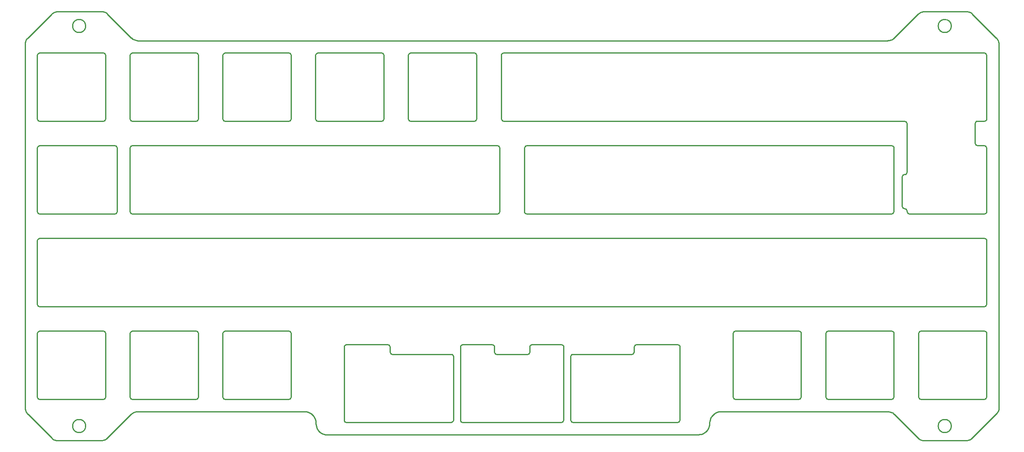
<source format=gm1>
%TF.GenerationSoftware,KiCad,Pcbnew,7.0.6*%
%TF.CreationDate,2023-09-25T15:00:56-04:00*%
%TF.ProjectId,ortho-stagger-cutiepie-plate,6f727468-6f2d-4737-9461-676765722d63,rev?*%
%TF.SameCoordinates,PX3164967PY797ec76*%
%TF.FileFunction,Profile,NP*%
%FSLAX46Y46*%
G04 Gerber Fmt 4.6, Leading zero omitted, Abs format (unit mm)*
G04 Created by KiCad (PCBNEW 7.0.6) date 2023-09-25 15:00:56*
%MOMM*%
%LPD*%
G01*
G04 APERTURE LIST*
%TA.AperFunction,Profile*%
%ADD10C,0.250000*%
%TD*%
%ADD11C,0.250000*%
G04 APERTURE END LIST*
D10*
X98299793Y65674837D02*
X180619142Y65674837D01*
D11*
X97799793Y66174837D02*
X97872179Y65915569D01*
X98061463Y65735185D01*
X98299793Y65674837D01*
D10*
X97799793Y79174837D02*
X97799793Y66174837D01*
D11*
X98299793Y79674837D02*
X98040524Y79602451D01*
X97860140Y79413167D01*
X97799793Y79174837D01*
D10*
X196999793Y79674837D02*
X98299793Y79674837D01*
D11*
X197499793Y79174837D02*
X197427406Y79434106D01*
X197238122Y79614490D01*
X196999793Y79674837D01*
D10*
X197499793Y66174837D02*
X197499793Y79174837D01*
D11*
X196999793Y65674837D02*
X197259061Y65747224D01*
X197439445Y65936508D01*
X197499793Y66174837D01*
D10*
X195619141Y65674759D02*
X196999793Y65674837D01*
D11*
X195119141Y65174759D02*
X195191527Y65434028D01*
X195380811Y65614412D01*
X195619141Y65674759D01*
D10*
X195119141Y61124759D02*
X195119141Y65174759D01*
D11*
X195619141Y60624759D02*
X195359872Y60697146D01*
X195179488Y60886430D01*
X195119141Y61124759D01*
D10*
X196999793Y60624759D02*
X195619141Y60624759D01*
D11*
X197499793Y60124759D02*
X197427406Y60384028D01*
X197238122Y60564412D01*
X196999793Y60624759D01*
D10*
X197499793Y47124759D02*
X197499793Y60124759D01*
D11*
X196999793Y46624759D02*
X197259061Y46697146D01*
X197439445Y46886430D01*
X197499793Y47124759D01*
D10*
X181619141Y46619689D02*
X196999793Y46624759D01*
D11*
X181119141Y47119689D02*
X181191527Y46860421D01*
X181380811Y46680037D01*
X181619141Y46619689D01*
D10*
X181119141Y47206689D02*
X181119141Y47119689D01*
D11*
X180619141Y47706689D02*
X180878409Y47634303D01*
X181058793Y47445019D01*
X181119141Y47206689D01*
X180119141Y48206689D02*
X180191527Y47947421D01*
X180380811Y47767037D01*
X180619141Y47706689D01*
D10*
X180119141Y54206689D02*
X180119141Y48206689D01*
D11*
X180619141Y54706689D02*
X180359872Y54634303D01*
X180179488Y54445019D01*
X180119141Y54206689D01*
X181119141Y55206689D02*
X181046754Y54947421D01*
X180857470Y54767037D01*
X180619141Y54706689D01*
D10*
X181119141Y65169689D02*
X181119141Y55206689D01*
D11*
X180619141Y65669689D02*
X180878409Y65597303D01*
X181058793Y65408019D01*
X181119141Y65169689D01*
X197499793Y28074759D02*
X197427406Y27815491D01*
X197238122Y27635107D01*
X196999793Y27574759D01*
D10*
X197499793Y41074759D02*
X197499793Y28074759D01*
D11*
X196999793Y41574759D02*
X197259061Y41502373D01*
X197439445Y41313089D01*
X197499793Y41074759D01*
D10*
X3025793Y41574759D02*
X196999793Y41574759D01*
D11*
X2525793Y41074759D02*
X2598179Y41334028D01*
X2787463Y41514412D01*
X3025793Y41574759D01*
D10*
X2525793Y28074759D02*
X2525793Y41074759D01*
D11*
X3025793Y27574759D02*
X2766524Y27647146D01*
X2586140Y27836430D01*
X2525793Y28074759D01*
D10*
X196999793Y27574759D02*
X3025793Y27574759D01*
D11*
X178449793Y47124759D02*
X178377406Y46865491D01*
X178188122Y46685107D01*
X177949793Y46624759D01*
D10*
X178449793Y60124759D02*
X178449793Y47124759D01*
D11*
X177949793Y60624759D02*
X178209061Y60552373D01*
X178389445Y60363089D01*
X178449793Y60124759D01*
D10*
X103037793Y60624759D02*
X177949793Y60624759D01*
D11*
X102537793Y60124759D02*
X102610179Y60384028D01*
X102799463Y60564412D01*
X103037793Y60624759D01*
D10*
X102537793Y47124759D02*
X102537793Y60124759D01*
D11*
X103037793Y46624759D02*
X102778524Y46697146D01*
X102598140Y46886430D01*
X102537793Y47124759D01*
D10*
X177949793Y46624759D02*
X103037793Y46624759D01*
D11*
X97463668Y47124837D02*
X97391281Y46865569D01*
X97201997Y46685185D01*
X96963668Y46624837D01*
D10*
X97463668Y60124837D02*
X97463668Y47124837D01*
D11*
X96963668Y60624837D02*
X97222936Y60552451D01*
X97403320Y60363167D01*
X97463668Y60124837D01*
D10*
X22050668Y60624837D02*
X96963668Y60624837D01*
D11*
X21550668Y60124837D02*
X21623054Y60384106D01*
X21812338Y60564490D01*
X22050668Y60624837D01*
D10*
X21550668Y47124837D02*
X21550668Y60124837D01*
D11*
X22050668Y46624837D02*
X21791399Y46697224D01*
X21611015Y46886508D01*
X21550668Y47124837D01*
D10*
X96963668Y46624837D02*
X22050668Y46624837D01*
D11*
X18906793Y47124837D02*
X18834406Y46865569D01*
X18645122Y46685185D01*
X18406793Y46624837D01*
D10*
X18906793Y60124837D02*
X18906793Y47124837D01*
D11*
X18406793Y60624837D02*
X18666061Y60552451D01*
X18846445Y60363167D01*
X18906793Y60124837D01*
D10*
X3025793Y60624837D02*
X18406793Y60624837D01*
D11*
X2525793Y60124837D02*
X2598179Y60384106D01*
X2787463Y60564490D01*
X3025793Y60624837D01*
D10*
X2525793Y47124837D02*
X2525793Y60124837D01*
D11*
X3025793Y46624837D02*
X2766524Y46697224D01*
X2586140Y46886508D01*
X2525793Y47124837D01*
D10*
X18406793Y46624837D02*
X3025793Y46624837D01*
D11*
X2525793Y79174837D02*
X2598179Y79434106D01*
X2787463Y79614490D01*
X3025793Y79674837D01*
D10*
X2525793Y66174837D02*
X2525793Y79174837D01*
D11*
X3025793Y65674837D02*
X2766524Y65747224D01*
X2586140Y65936508D01*
X2525793Y66174837D01*
D10*
X16025793Y65674837D02*
X3025793Y65674837D01*
D11*
X16525793Y66174837D02*
X16453406Y65915569D01*
X16264122Y65735185D01*
X16025793Y65674837D01*
D10*
X16525793Y79174837D02*
X16525793Y66174837D01*
D11*
X16025793Y79674837D02*
X16285061Y79602451D01*
X16465445Y79413167D01*
X16525793Y79174837D01*
D10*
X3025793Y79674837D02*
X16025793Y79674837D01*
D11*
X21575588Y79174837D02*
X21647974Y79434106D01*
X21837258Y79614490D01*
X22075588Y79674837D01*
D10*
X21575588Y66174837D02*
X21575588Y79174837D01*
D11*
X22075588Y65674837D02*
X21816319Y65747224D01*
X21635935Y65936508D01*
X21575588Y66174837D01*
D10*
X35075587Y65674837D02*
X22075588Y65674837D01*
D11*
X35575587Y66174837D02*
X35503200Y65915569D01*
X35313916Y65735185D01*
X35075587Y65674837D01*
D10*
X35575587Y79174837D02*
X35575587Y66174837D01*
D11*
X35075587Y79674837D02*
X35334855Y79602451D01*
X35515239Y79413167D01*
X35575587Y79174837D01*
D10*
X22075588Y79674837D02*
X35075587Y79674837D01*
D11*
X40625195Y79174837D02*
X40697581Y79434106D01*
X40886865Y79614490D01*
X41125195Y79674837D01*
D10*
X40625195Y66174837D02*
X40625195Y79174837D01*
D11*
X41125195Y65674837D02*
X40865926Y65747224D01*
X40685542Y65936508D01*
X40625195Y66174837D01*
D10*
X54125195Y65674837D02*
X41125195Y65674837D01*
D11*
X54625195Y66174837D02*
X54552808Y65915569D01*
X54363524Y65735185D01*
X54125195Y65674837D01*
D10*
X54625195Y79174837D02*
X54625195Y66174837D01*
D11*
X54125195Y79674837D02*
X54384463Y79602451D01*
X54564847Y79413167D01*
X54625195Y79174837D01*
D10*
X41125195Y79674837D02*
X54125195Y79674837D01*
D11*
X59675588Y79174837D02*
X59747974Y79434106D01*
X59937258Y79614490D01*
X60175588Y79674837D01*
D10*
X59675588Y66174837D02*
X59675588Y79174837D01*
D11*
X60175588Y65674837D02*
X59916319Y65747224D01*
X59735935Y65936508D01*
X59675588Y66174837D01*
D10*
X73175587Y65674837D02*
X60175588Y65674837D01*
D11*
X73675587Y66174837D02*
X73603200Y65915569D01*
X73413916Y65735185D01*
X73175587Y65674837D01*
D10*
X73675587Y79174837D02*
X73675587Y66174837D01*
D11*
X73175587Y79674837D02*
X73434855Y79602451D01*
X73615239Y79413167D01*
X73675587Y79174837D01*
D10*
X60175588Y79674837D02*
X73175587Y79674837D01*
D11*
X78725588Y79174837D02*
X78797974Y79434106D01*
X78987258Y79614490D01*
X79225588Y79674837D01*
D10*
X78725588Y66174837D02*
X78725588Y79174837D01*
D11*
X79225588Y65674837D02*
X78966319Y65747224D01*
X78785935Y65936508D01*
X78725588Y66174837D01*
D10*
X92225587Y65674837D02*
X79225588Y65674837D01*
D11*
X92725587Y66174837D02*
X92653200Y65915569D01*
X92463916Y65735185D01*
X92225587Y65674837D01*
D10*
X92725587Y79174837D02*
X92725587Y66174837D01*
D11*
X92225587Y79674837D02*
X92484855Y79602451D01*
X92665239Y79413167D01*
X92725587Y79174837D01*
D10*
X79225588Y79674837D02*
X92225587Y79674837D01*
D11*
X2525587Y22024837D02*
X2597973Y22284106D01*
X2787257Y22464490D01*
X3025587Y22524837D01*
D10*
X2525587Y9024837D02*
X2525587Y22024837D01*
D11*
X3025587Y8524837D02*
X2766318Y8597224D01*
X2585934Y8786508D01*
X2525587Y9024837D01*
D10*
X16025587Y8524837D02*
X3025587Y8524837D01*
D11*
X16525587Y9024837D02*
X16453200Y8765569D01*
X16263916Y8585185D01*
X16025587Y8524837D01*
D10*
X16525587Y22024837D02*
X16525587Y9024837D01*
D11*
X16025587Y22524837D02*
X16284855Y22452451D01*
X16465239Y22263167D01*
X16525587Y22024837D01*
D10*
X3025587Y22524837D02*
X16025587Y22524837D01*
D11*
X21575587Y22024837D02*
X21647973Y22284106D01*
X21837257Y22464490D01*
X22075587Y22524837D01*
D10*
X21575587Y9024837D02*
X21575587Y22024837D01*
D11*
X22075587Y8524837D02*
X21816318Y8597224D01*
X21635934Y8786508D01*
X21575587Y9024837D01*
D10*
X35075587Y8524837D02*
X22075587Y8524837D01*
D11*
X35575587Y9024837D02*
X35503200Y8765569D01*
X35313916Y8585185D01*
X35075587Y8524837D01*
D10*
X35575587Y22024837D02*
X35575587Y9024837D01*
D11*
X35075587Y22524837D02*
X35334855Y22452451D01*
X35515239Y22263167D01*
X35575587Y22024837D01*
D10*
X22075587Y22524837D02*
X35075587Y22524837D01*
D11*
X40625195Y22024837D02*
X40697581Y22284106D01*
X40886865Y22464490D01*
X41125195Y22524837D01*
D10*
X40625195Y9024837D02*
X40625195Y22024837D01*
D11*
X41125195Y8524837D02*
X40865926Y8597224D01*
X40685542Y8786508D01*
X40625195Y9024837D01*
D10*
X54125195Y8524837D02*
X41125195Y8524837D01*
D11*
X54625195Y9024837D02*
X54552808Y8765569D01*
X54363524Y8585185D01*
X54125195Y8524837D01*
D10*
X54625195Y22024837D02*
X54625195Y9024837D01*
D11*
X54125195Y22524837D02*
X54384463Y22452451D01*
X54564847Y22263167D01*
X54625195Y22024837D01*
D10*
X41125195Y22524837D02*
X54125195Y22524837D01*
D11*
X145400391Y22024837D02*
X145472777Y22284106D01*
X145662061Y22464490D01*
X145900391Y22524837D01*
D10*
X145400391Y9024837D02*
X145400391Y22024837D01*
D11*
X145900391Y8524837D02*
X145641122Y8597224D01*
X145460738Y8786508D01*
X145400391Y9024837D01*
D10*
X158900391Y8524837D02*
X145900391Y8524837D01*
D11*
X159400391Y9024837D02*
X159328004Y8765569D01*
X159138720Y8585185D01*
X158900391Y8524837D01*
D10*
X159400391Y22024837D02*
X159400391Y9024837D01*
D11*
X158900391Y22524837D02*
X159159659Y22452451D01*
X159340043Y22263167D01*
X159400391Y22024837D01*
D10*
X145900391Y22524837D02*
X158900391Y22524837D01*
D11*
X164450391Y22024837D02*
X164522777Y22284106D01*
X164712061Y22464490D01*
X164950391Y22524837D01*
D10*
X164450391Y9024837D02*
X164450391Y22024837D01*
D11*
X164950391Y8524837D02*
X164691122Y8597224D01*
X164510738Y8786508D01*
X164450391Y9024837D01*
D10*
X177950391Y8524837D02*
X164950391Y8524837D01*
D11*
X178450391Y9024837D02*
X178378004Y8765569D01*
X178188720Y8585185D01*
X177950391Y8524837D01*
D10*
X178450391Y22024837D02*
X178450391Y9024837D01*
D11*
X177950391Y22524837D02*
X178209659Y22452451D01*
X178390043Y22263167D01*
X178450391Y22024837D01*
D10*
X164950391Y22524837D02*
X177950391Y22524837D01*
D11*
X183499998Y22024837D02*
X183572384Y22284106D01*
X183761668Y22464490D01*
X183999998Y22524837D01*
D10*
X183499998Y9024837D02*
X183499998Y22024837D01*
D11*
X183999998Y8524837D02*
X183740729Y8597224D01*
X183560345Y8786508D01*
X183499998Y9024837D01*
D10*
X196999998Y8524837D02*
X183999998Y8524837D01*
D11*
X197499998Y9024837D02*
X197427611Y8765569D01*
X197238327Y8585185D01*
X196999998Y8524837D01*
D10*
X197499998Y22024837D02*
X197499998Y9024837D01*
D11*
X196999998Y22524837D02*
X197259266Y22452451D01*
X197439650Y22263167D01*
X197499998Y22024837D01*
D10*
X183999998Y22524837D02*
X196999998Y22524837D01*
X190256621Y2998111D02*
G75*
G03*
X190256621Y2998111I-1350000J0D01*
G01*
X12468932Y2997837D02*
G75*
G03*
X12468932Y2997837I-1350000J0D01*
G01*
X12468932Y85199736D02*
G75*
G03*
X12468932Y85199736I-1350000J0D01*
G01*
X190256621Y85199717D02*
G75*
G03*
X190256621Y85199717I-1350000J0D01*
G01*
X74937998Y19257189D02*
X74937998Y18262189D01*
D11*
X74437998Y19757189D02*
X74697266Y19684803D01*
X74877650Y19495519D01*
X74937998Y19257189D01*
D10*
X74437998Y19762189D02*
X74437998Y19757189D01*
X66024998Y19762189D02*
X74437998Y19762189D01*
D11*
X65524998Y19262189D02*
X65597384Y19521458D01*
X65786668Y19701842D01*
X66024998Y19762189D01*
D10*
X65524998Y4262189D02*
X65524998Y19262189D01*
D11*
X66024998Y3762189D02*
X65765729Y3834576D01*
X65585345Y4023860D01*
X65524998Y4262189D01*
D10*
X87462998Y3762189D02*
X66024998Y3762189D01*
D11*
X87962998Y4262189D02*
X87890611Y4002921D01*
X87701327Y3822537D01*
X87462998Y3762189D01*
D10*
X87962998Y17262189D02*
X87962998Y4262189D01*
D11*
X87462998Y17762189D02*
X87722266Y17689803D01*
X87902650Y17500519D01*
X87962998Y17262189D01*
D10*
X75437998Y17762189D02*
X87462998Y17762189D01*
D11*
X74937998Y18262189D02*
X75010384Y18002921D01*
X75199668Y17822537D01*
X75437998Y17762189D01*
D10*
X391Y81371309D02*
X391Y44220962D01*
D11*
X586177Y82785523D02*
X392838Y82561188D01*
X236003Y82313091D01*
X117504Y82045657D01*
X39175Y81763312D01*
X2848Y81470484D01*
X391Y81371309D01*
D10*
X5414604Y87613950D02*
X586177Y82785523D01*
D11*
X6828818Y88199736D02*
X6533478Y88177818D01*
X6247147Y88113286D01*
X5974251Y88007973D01*
X5719216Y87863713D01*
X5486468Y87682339D01*
X5414604Y87613950D01*
D10*
X15571966Y88199736D02*
X6828818Y88199736D01*
D11*
X16986180Y87613950D02*
X16761844Y87807288D01*
X16513747Y87964123D01*
X16246313Y88082622D01*
X15963968Y88160952D01*
X15671140Y88197279D01*
X15571966Y88199736D01*
D10*
X21814607Y82785522D02*
X16986180Y87613950D01*
D11*
X23228820Y82199736D02*
X22933480Y82221655D01*
X22647150Y82286187D01*
X22374254Y82391500D01*
X22119219Y82535760D01*
X21886471Y82717134D01*
X21814607Y82785522D01*
D10*
X177121964Y82199694D02*
X23228820Y82199736D01*
D11*
X178536178Y82785481D02*
X178311842Y82592143D01*
X178063745Y82435308D01*
X177796311Y82316809D01*
X177513966Y82238479D01*
X177221138Y82202152D01*
X177121964Y82199694D01*
D10*
X183364647Y87613950D02*
X178536178Y82785481D01*
D11*
X184778860Y88199736D02*
X184483520Y88177818D01*
X184197189Y88113286D01*
X183924294Y88007973D01*
X183669259Y87863713D01*
X183436511Y87682339D01*
X183364647Y87613950D01*
D10*
X193197306Y88199736D02*
X184778860Y88199736D01*
D11*
X194611520Y87613950D02*
X194387184Y87807288D01*
X194139087Y87964123D01*
X193871653Y88082622D01*
X193589308Y88160952D01*
X193296480Y88197279D01*
X193197306Y88199736D01*
D10*
X199439980Y82785490D02*
X194611520Y87613950D01*
D11*
X200025774Y81371276D02*
X200003854Y81666617D01*
X199939320Y81952948D01*
X199834006Y82225844D01*
X199689744Y82480878D01*
X199508369Y82713626D01*
X199439980Y82785490D01*
D10*
X200025376Y6826437D02*
X200025774Y81371276D01*
D11*
X199439574Y5412229D02*
X199632914Y5636563D01*
X199789752Y5884659D01*
X199908254Y6152092D01*
X199986587Y6434435D01*
X200022916Y6727263D01*
X200025376Y6826437D01*
D10*
X194611064Y583820D02*
X199439574Y5412229D01*
D11*
X193196845Y-1951D02*
X193492184Y19964D01*
X193778516Y84493D01*
X194051413Y189803D01*
X194306449Y334061D01*
X194539198Y515432D01*
X194611064Y583820D01*
D10*
X184778399Y-1863D02*
X193196845Y-1951D01*
D11*
X183364191Y583938D02*
X183588524Y390598D01*
X183836620Y233760D01*
X184104053Y115258D01*
X184386396Y36926D01*
X184679224Y596D01*
X184778399Y-1863D01*
D10*
X178534394Y5413836D02*
X183364191Y583938D01*
D11*
X177120168Y5999638D02*
X177415511Y5977719D01*
X177701845Y5913185D01*
X177974743Y5807869D01*
X178229780Y5663605D01*
X178462529Y5482227D01*
X178534394Y5413836D01*
D10*
X143071114Y5999689D02*
X177120168Y5999638D01*
D11*
X140571111Y3499693D02*
X140584018Y3755304D01*
X140621902Y4003530D01*
X140722811Y4359277D01*
X140872849Y4691341D01*
X141067774Y4995482D01*
X141303346Y5267459D01*
X141575324Y5503030D01*
X141879465Y5697955D01*
X142211530Y5847991D01*
X142567277Y5948899D01*
X142815503Y5986783D01*
X143071114Y5999689D01*
X140571111Y3499660D02*
X140571111Y3499693D01*
X138309388Y1237966D02*
X138653822Y1264026D01*
X138981949Y1339647D01*
X139289930Y1460993D01*
X139573929Y1624227D01*
X139830109Y1825512D01*
X140054632Y2061011D01*
X140243663Y2326888D01*
X140393365Y2619305D01*
X140499899Y2934426D01*
X140559431Y3268415D01*
X140571111Y3499660D01*
D10*
X62014883Y1237966D02*
X138309388Y1237966D01*
D11*
X59753160Y3499689D02*
X59779220Y3155251D01*
X59854842Y2827122D01*
X59976190Y2519139D01*
X60139426Y2235139D01*
X60340714Y1978958D01*
X60576217Y1754434D01*
X60842097Y1565404D01*
X61134518Y1415704D01*
X61449643Y1309172D01*
X61783634Y1249644D01*
X62014883Y1237966D01*
X57253160Y5999689D02*
X57508770Y5986782D01*
X57756997Y5948898D01*
X58112743Y5847990D01*
X58444808Y5697953D01*
X58748949Y5503028D01*
X59020927Y5267456D01*
X59256498Y4995479D01*
X59451423Y4691338D01*
X59601460Y4359273D01*
X59702368Y4003527D01*
X59740252Y3755300D01*
X59753160Y3499689D01*
D10*
X23204106Y5999689D02*
X57253160Y5999689D01*
D11*
X21814211Y5414065D02*
X22034816Y5604632D01*
X22278564Y5759896D01*
X22541242Y5878082D01*
X22818636Y5957416D01*
X23106534Y5996123D01*
X23204106Y5999689D01*
D10*
X16985724Y585680D02*
X21814211Y5414065D01*
D11*
X15571504Y-92D02*
X15866843Y21824D01*
X16153175Y86353D01*
X16426072Y191663D01*
X16681108Y335921D01*
X16913858Y517292D01*
X16985724Y585680D01*
D10*
X6828356Y0D02*
X15571504Y-92D01*
D11*
X5414149Y585801D02*
X5638481Y392461D01*
X5886577Y235623D01*
X6154010Y117121D01*
X6436353Y38789D01*
X6729181Y2459D01*
X6828356Y0D01*
D10*
X585772Y5414279D02*
X5414149Y585801D01*
D11*
X0Y6828498D02*
X21915Y6533159D01*
X86444Y6246827D01*
X191754Y5973930D01*
X336012Y5718894D01*
X517383Y5486145D01*
X585772Y5414279D01*
D10*
X391Y44220962D02*
X0Y6828498D01*
X112562891Y17762189D02*
X124587891Y17762189D01*
D11*
X112062891Y17262189D02*
X112135277Y17521458D01*
X112324561Y17701842D01*
X112562891Y17762189D01*
D10*
X112062891Y4262189D02*
X112062891Y17262189D01*
D11*
X112562891Y3762189D02*
X112303622Y3834576D01*
X112123238Y4023860D01*
X112062891Y4262189D01*
D10*
X134000891Y3762189D02*
X112562891Y3762189D01*
D11*
X134500891Y4262189D02*
X134428504Y4002921D01*
X134239220Y3822537D01*
X134000891Y3762189D01*
D10*
X134500891Y19262189D02*
X134500891Y4262189D01*
D11*
X134000891Y19762189D02*
X134260159Y19689803D01*
X134440543Y19500519D01*
X134500891Y19262189D01*
D10*
X134000891Y19757189D02*
X134000891Y19762189D01*
X125587891Y19757189D02*
X134000891Y19757189D01*
D11*
X125087891Y19257189D02*
X125160277Y19516458D01*
X125349561Y19696842D01*
X125587891Y19757189D01*
D10*
X125087891Y18262189D02*
X125087891Y19257189D01*
D11*
X124587891Y17762189D02*
X124847159Y17834576D01*
X125027543Y18023860D01*
X125087891Y18262189D01*
D10*
X96900891Y17757189D02*
X103124891Y17757189D01*
D11*
X96400891Y18257189D02*
X96473277Y17997921D01*
X96662561Y17817537D01*
X96900891Y17757189D01*
D10*
X96400891Y19262189D02*
X96400891Y18257189D01*
D11*
X95900891Y19762189D02*
X96160159Y19689803D01*
X96340543Y19500519D01*
X96400891Y19262189D01*
D10*
X89900891Y19762189D02*
X95900891Y19762189D01*
D11*
X89400891Y19262189D02*
X89473277Y19521458D01*
X89662561Y19701842D01*
X89900891Y19762189D01*
D10*
X89400891Y4262189D02*
X89400891Y19262189D01*
D11*
X89900891Y3762189D02*
X89641622Y3834576D01*
X89461238Y4023860D01*
X89400891Y4262189D01*
D10*
X110124891Y3762189D02*
X89900891Y3762189D01*
D11*
X110624891Y4262189D02*
X110552504Y4002921D01*
X110363220Y3822537D01*
X110124891Y3762189D01*
D10*
X110624891Y19262189D02*
X110624891Y4262189D01*
D11*
X110124891Y19762189D02*
X110384159Y19689803D01*
X110564543Y19500519D01*
X110624891Y19262189D01*
D10*
X104124891Y19762189D02*
X110124891Y19762189D01*
D11*
X103624891Y19262189D02*
X103697277Y19521458D01*
X103886561Y19701842D01*
X104124891Y19762189D01*
D10*
X103624891Y18257189D02*
X103624891Y19262189D01*
D11*
X103124891Y17757189D02*
X103384159Y17829576D01*
X103564543Y18018860D01*
X103624891Y18257189D01*
M02*

</source>
